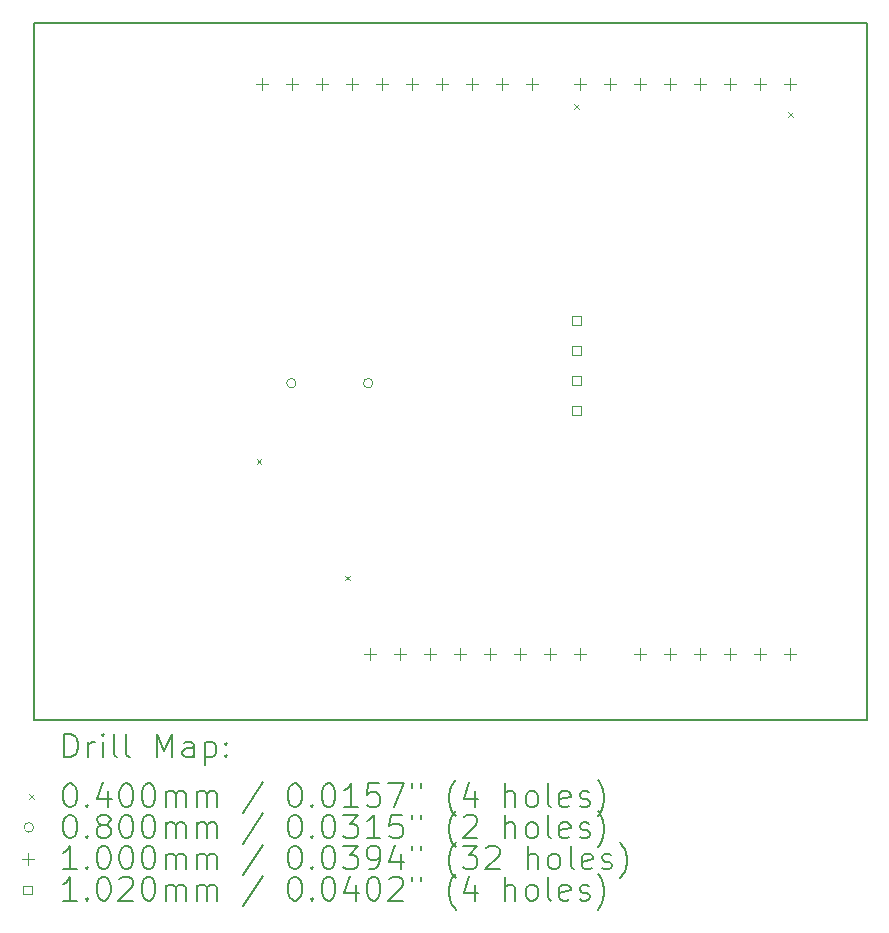
<source format=gbr>
%TF.GenerationSoftware,KiCad,Pcbnew,8.0.8*%
%TF.CreationDate,2025-02-15T02:14:24-07:00*%
%TF.ProjectId,bubble_detector_v2_shield,62756262-6c65-45f6-9465-746563746f72,rev?*%
%TF.SameCoordinates,Original*%
%TF.FileFunction,Drillmap*%
%TF.FilePolarity,Positive*%
%FSLAX45Y45*%
G04 Gerber Fmt 4.5, Leading zero omitted, Abs format (unit mm)*
G04 Created by KiCad (PCBNEW 8.0.8) date 2025-02-15 02:14:24*
%MOMM*%
%LPD*%
G01*
G04 APERTURE LIST*
%ADD10C,0.150000*%
%ADD11C,0.200000*%
%ADD12C,0.100000*%
%ADD13C,0.102000*%
G04 APERTURE END LIST*
D10*
X9950000Y-4400000D02*
X10850000Y-4400000D01*
X9950000Y-10300000D02*
X9950000Y-4400000D01*
X10850000Y-10300000D02*
X9950000Y-10300000D01*
X17000000Y-10300000D02*
X17000000Y-10200000D01*
X10850000Y-10300000D02*
X17000000Y-10300000D01*
X17000000Y-4400000D02*
X10850000Y-4400000D01*
X17000000Y-10200000D02*
X17000000Y-4400000D01*
D11*
D12*
X11830000Y-8092500D02*
X11870000Y-8132500D01*
X11870000Y-8092500D02*
X11830000Y-8132500D01*
X12580000Y-9080000D02*
X12620000Y-9120000D01*
X12620000Y-9080000D02*
X12580000Y-9120000D01*
X14517500Y-5089230D02*
X14557500Y-5129230D01*
X14557500Y-5089230D02*
X14517500Y-5129230D01*
X16330000Y-5154570D02*
X16370000Y-5194570D01*
X16370000Y-5154570D02*
X16330000Y-5194570D01*
X12165000Y-7450000D02*
G75*
G02*
X12085000Y-7450000I-40000J0D01*
G01*
X12085000Y-7450000D02*
G75*
G02*
X12165000Y-7450000I40000J0D01*
G01*
X12815000Y-7450000D02*
G75*
G02*
X12735000Y-7450000I-40000J0D01*
G01*
X12735000Y-7450000D02*
G75*
G02*
X12815000Y-7450000I40000J0D01*
G01*
X11879600Y-4870000D02*
X11879600Y-4970000D01*
X11829600Y-4920000D02*
X11929600Y-4920000D01*
X12133600Y-4870000D02*
X12133600Y-4970000D01*
X12083600Y-4920000D02*
X12183600Y-4920000D01*
X12387600Y-4870000D02*
X12387600Y-4970000D01*
X12337600Y-4920000D02*
X12437600Y-4920000D01*
X12641600Y-4870000D02*
X12641600Y-4970000D01*
X12591600Y-4920000D02*
X12691600Y-4920000D01*
X12794000Y-9696000D02*
X12794000Y-9796000D01*
X12744000Y-9746000D02*
X12844000Y-9746000D01*
X12895600Y-4870000D02*
X12895600Y-4970000D01*
X12845600Y-4920000D02*
X12945600Y-4920000D01*
X13048000Y-9696000D02*
X13048000Y-9796000D01*
X12998000Y-9746000D02*
X13098000Y-9746000D01*
X13149600Y-4870000D02*
X13149600Y-4970000D01*
X13099600Y-4920000D02*
X13199600Y-4920000D01*
X13302000Y-9696000D02*
X13302000Y-9796000D01*
X13252000Y-9746000D02*
X13352000Y-9746000D01*
X13403600Y-4870000D02*
X13403600Y-4970000D01*
X13353600Y-4920000D02*
X13453600Y-4920000D01*
X13556000Y-9696000D02*
X13556000Y-9796000D01*
X13506000Y-9746000D02*
X13606000Y-9746000D01*
X13657600Y-4870000D02*
X13657600Y-4970000D01*
X13607600Y-4920000D02*
X13707600Y-4920000D01*
X13810000Y-9696000D02*
X13810000Y-9796000D01*
X13760000Y-9746000D02*
X13860000Y-9746000D01*
X13911600Y-4870000D02*
X13911600Y-4970000D01*
X13861600Y-4920000D02*
X13961600Y-4920000D01*
X14064000Y-9696000D02*
X14064000Y-9796000D01*
X14014000Y-9746000D02*
X14114000Y-9746000D01*
X14165600Y-4870000D02*
X14165600Y-4970000D01*
X14115600Y-4920000D02*
X14215600Y-4920000D01*
X14318000Y-9696000D02*
X14318000Y-9796000D01*
X14268000Y-9746000D02*
X14368000Y-9746000D01*
X14572000Y-4870000D02*
X14572000Y-4970000D01*
X14522000Y-4920000D02*
X14622000Y-4920000D01*
X14572000Y-9696000D02*
X14572000Y-9796000D01*
X14522000Y-9746000D02*
X14622000Y-9746000D01*
X14826000Y-4870000D02*
X14826000Y-4970000D01*
X14776000Y-4920000D02*
X14876000Y-4920000D01*
X15080000Y-4870000D02*
X15080000Y-4970000D01*
X15030000Y-4920000D02*
X15130000Y-4920000D01*
X15080000Y-9696000D02*
X15080000Y-9796000D01*
X15030000Y-9746000D02*
X15130000Y-9746000D01*
X15334000Y-4870000D02*
X15334000Y-4970000D01*
X15284000Y-4920000D02*
X15384000Y-4920000D01*
X15334000Y-9696000D02*
X15334000Y-9796000D01*
X15284000Y-9746000D02*
X15384000Y-9746000D01*
X15588000Y-4870000D02*
X15588000Y-4970000D01*
X15538000Y-4920000D02*
X15638000Y-4920000D01*
X15588000Y-9696000D02*
X15588000Y-9796000D01*
X15538000Y-9746000D02*
X15638000Y-9746000D01*
X15842000Y-4870000D02*
X15842000Y-4970000D01*
X15792000Y-4920000D02*
X15892000Y-4920000D01*
X15842000Y-9696000D02*
X15842000Y-9796000D01*
X15792000Y-9746000D02*
X15892000Y-9746000D01*
X16096000Y-4870000D02*
X16096000Y-4970000D01*
X16046000Y-4920000D02*
X16146000Y-4920000D01*
X16096000Y-9696000D02*
X16096000Y-9796000D01*
X16046000Y-9746000D02*
X16146000Y-9746000D01*
X16350000Y-4870000D02*
X16350000Y-4970000D01*
X16300000Y-4920000D02*
X16400000Y-4920000D01*
X16350000Y-9696000D02*
X16350000Y-9796000D01*
X16300000Y-9746000D02*
X16400000Y-9746000D01*
D13*
X14573563Y-6955063D02*
X14573563Y-6882937D01*
X14501437Y-6882937D01*
X14501437Y-6955063D01*
X14573563Y-6955063D01*
X14573563Y-7209063D02*
X14573563Y-7136937D01*
X14501437Y-7136937D01*
X14501437Y-7209063D01*
X14573563Y-7209063D01*
X14573563Y-7463063D02*
X14573563Y-7390937D01*
X14501437Y-7390937D01*
X14501437Y-7463063D01*
X14573563Y-7463063D01*
X14573563Y-7717063D02*
X14573563Y-7644937D01*
X14501437Y-7644937D01*
X14501437Y-7717063D01*
X14573563Y-7717063D01*
D11*
X10203277Y-10618984D02*
X10203277Y-10418984D01*
X10203277Y-10418984D02*
X10250896Y-10418984D01*
X10250896Y-10418984D02*
X10279467Y-10428508D01*
X10279467Y-10428508D02*
X10298515Y-10447555D01*
X10298515Y-10447555D02*
X10308039Y-10466603D01*
X10308039Y-10466603D02*
X10317563Y-10504698D01*
X10317563Y-10504698D02*
X10317563Y-10533270D01*
X10317563Y-10533270D02*
X10308039Y-10571365D01*
X10308039Y-10571365D02*
X10298515Y-10590412D01*
X10298515Y-10590412D02*
X10279467Y-10609460D01*
X10279467Y-10609460D02*
X10250896Y-10618984D01*
X10250896Y-10618984D02*
X10203277Y-10618984D01*
X10403277Y-10618984D02*
X10403277Y-10485650D01*
X10403277Y-10523746D02*
X10412801Y-10504698D01*
X10412801Y-10504698D02*
X10422324Y-10495174D01*
X10422324Y-10495174D02*
X10441372Y-10485650D01*
X10441372Y-10485650D02*
X10460420Y-10485650D01*
X10527086Y-10618984D02*
X10527086Y-10485650D01*
X10527086Y-10418984D02*
X10517563Y-10428508D01*
X10517563Y-10428508D02*
X10527086Y-10438031D01*
X10527086Y-10438031D02*
X10536610Y-10428508D01*
X10536610Y-10428508D02*
X10527086Y-10418984D01*
X10527086Y-10418984D02*
X10527086Y-10438031D01*
X10650896Y-10618984D02*
X10631848Y-10609460D01*
X10631848Y-10609460D02*
X10622324Y-10590412D01*
X10622324Y-10590412D02*
X10622324Y-10418984D01*
X10755658Y-10618984D02*
X10736610Y-10609460D01*
X10736610Y-10609460D02*
X10727086Y-10590412D01*
X10727086Y-10590412D02*
X10727086Y-10418984D01*
X10984229Y-10618984D02*
X10984229Y-10418984D01*
X10984229Y-10418984D02*
X11050896Y-10561841D01*
X11050896Y-10561841D02*
X11117563Y-10418984D01*
X11117563Y-10418984D02*
X11117563Y-10618984D01*
X11298515Y-10618984D02*
X11298515Y-10514222D01*
X11298515Y-10514222D02*
X11288991Y-10495174D01*
X11288991Y-10495174D02*
X11269943Y-10485650D01*
X11269943Y-10485650D02*
X11231848Y-10485650D01*
X11231848Y-10485650D02*
X11212801Y-10495174D01*
X11298515Y-10609460D02*
X11279467Y-10618984D01*
X11279467Y-10618984D02*
X11231848Y-10618984D01*
X11231848Y-10618984D02*
X11212801Y-10609460D01*
X11212801Y-10609460D02*
X11203277Y-10590412D01*
X11203277Y-10590412D02*
X11203277Y-10571365D01*
X11203277Y-10571365D02*
X11212801Y-10552317D01*
X11212801Y-10552317D02*
X11231848Y-10542793D01*
X11231848Y-10542793D02*
X11279467Y-10542793D01*
X11279467Y-10542793D02*
X11298515Y-10533270D01*
X11393753Y-10485650D02*
X11393753Y-10685650D01*
X11393753Y-10495174D02*
X11412801Y-10485650D01*
X11412801Y-10485650D02*
X11450896Y-10485650D01*
X11450896Y-10485650D02*
X11469943Y-10495174D01*
X11469943Y-10495174D02*
X11479467Y-10504698D01*
X11479467Y-10504698D02*
X11488991Y-10523746D01*
X11488991Y-10523746D02*
X11488991Y-10580889D01*
X11488991Y-10580889D02*
X11479467Y-10599936D01*
X11479467Y-10599936D02*
X11469943Y-10609460D01*
X11469943Y-10609460D02*
X11450896Y-10618984D01*
X11450896Y-10618984D02*
X11412801Y-10618984D01*
X11412801Y-10618984D02*
X11393753Y-10609460D01*
X11574705Y-10599936D02*
X11584229Y-10609460D01*
X11584229Y-10609460D02*
X11574705Y-10618984D01*
X11574705Y-10618984D02*
X11565182Y-10609460D01*
X11565182Y-10609460D02*
X11574705Y-10599936D01*
X11574705Y-10599936D02*
X11574705Y-10618984D01*
X11574705Y-10495174D02*
X11584229Y-10504698D01*
X11584229Y-10504698D02*
X11574705Y-10514222D01*
X11574705Y-10514222D02*
X11565182Y-10504698D01*
X11565182Y-10504698D02*
X11574705Y-10495174D01*
X11574705Y-10495174D02*
X11574705Y-10514222D01*
D12*
X9902500Y-10927500D02*
X9942500Y-10967500D01*
X9942500Y-10927500D02*
X9902500Y-10967500D01*
D11*
X10241372Y-10838984D02*
X10260420Y-10838984D01*
X10260420Y-10838984D02*
X10279467Y-10848508D01*
X10279467Y-10848508D02*
X10288991Y-10858031D01*
X10288991Y-10858031D02*
X10298515Y-10877079D01*
X10298515Y-10877079D02*
X10308039Y-10915174D01*
X10308039Y-10915174D02*
X10308039Y-10962793D01*
X10308039Y-10962793D02*
X10298515Y-11000889D01*
X10298515Y-11000889D02*
X10288991Y-11019936D01*
X10288991Y-11019936D02*
X10279467Y-11029460D01*
X10279467Y-11029460D02*
X10260420Y-11038984D01*
X10260420Y-11038984D02*
X10241372Y-11038984D01*
X10241372Y-11038984D02*
X10222324Y-11029460D01*
X10222324Y-11029460D02*
X10212801Y-11019936D01*
X10212801Y-11019936D02*
X10203277Y-11000889D01*
X10203277Y-11000889D02*
X10193753Y-10962793D01*
X10193753Y-10962793D02*
X10193753Y-10915174D01*
X10193753Y-10915174D02*
X10203277Y-10877079D01*
X10203277Y-10877079D02*
X10212801Y-10858031D01*
X10212801Y-10858031D02*
X10222324Y-10848508D01*
X10222324Y-10848508D02*
X10241372Y-10838984D01*
X10393753Y-11019936D02*
X10403277Y-11029460D01*
X10403277Y-11029460D02*
X10393753Y-11038984D01*
X10393753Y-11038984D02*
X10384229Y-11029460D01*
X10384229Y-11029460D02*
X10393753Y-11019936D01*
X10393753Y-11019936D02*
X10393753Y-11038984D01*
X10574705Y-10905650D02*
X10574705Y-11038984D01*
X10527086Y-10829460D02*
X10479467Y-10972317D01*
X10479467Y-10972317D02*
X10603277Y-10972317D01*
X10717563Y-10838984D02*
X10736610Y-10838984D01*
X10736610Y-10838984D02*
X10755658Y-10848508D01*
X10755658Y-10848508D02*
X10765182Y-10858031D01*
X10765182Y-10858031D02*
X10774705Y-10877079D01*
X10774705Y-10877079D02*
X10784229Y-10915174D01*
X10784229Y-10915174D02*
X10784229Y-10962793D01*
X10784229Y-10962793D02*
X10774705Y-11000889D01*
X10774705Y-11000889D02*
X10765182Y-11019936D01*
X10765182Y-11019936D02*
X10755658Y-11029460D01*
X10755658Y-11029460D02*
X10736610Y-11038984D01*
X10736610Y-11038984D02*
X10717563Y-11038984D01*
X10717563Y-11038984D02*
X10698515Y-11029460D01*
X10698515Y-11029460D02*
X10688991Y-11019936D01*
X10688991Y-11019936D02*
X10679467Y-11000889D01*
X10679467Y-11000889D02*
X10669944Y-10962793D01*
X10669944Y-10962793D02*
X10669944Y-10915174D01*
X10669944Y-10915174D02*
X10679467Y-10877079D01*
X10679467Y-10877079D02*
X10688991Y-10858031D01*
X10688991Y-10858031D02*
X10698515Y-10848508D01*
X10698515Y-10848508D02*
X10717563Y-10838984D01*
X10908039Y-10838984D02*
X10927086Y-10838984D01*
X10927086Y-10838984D02*
X10946134Y-10848508D01*
X10946134Y-10848508D02*
X10955658Y-10858031D01*
X10955658Y-10858031D02*
X10965182Y-10877079D01*
X10965182Y-10877079D02*
X10974705Y-10915174D01*
X10974705Y-10915174D02*
X10974705Y-10962793D01*
X10974705Y-10962793D02*
X10965182Y-11000889D01*
X10965182Y-11000889D02*
X10955658Y-11019936D01*
X10955658Y-11019936D02*
X10946134Y-11029460D01*
X10946134Y-11029460D02*
X10927086Y-11038984D01*
X10927086Y-11038984D02*
X10908039Y-11038984D01*
X10908039Y-11038984D02*
X10888991Y-11029460D01*
X10888991Y-11029460D02*
X10879467Y-11019936D01*
X10879467Y-11019936D02*
X10869944Y-11000889D01*
X10869944Y-11000889D02*
X10860420Y-10962793D01*
X10860420Y-10962793D02*
X10860420Y-10915174D01*
X10860420Y-10915174D02*
X10869944Y-10877079D01*
X10869944Y-10877079D02*
X10879467Y-10858031D01*
X10879467Y-10858031D02*
X10888991Y-10848508D01*
X10888991Y-10848508D02*
X10908039Y-10838984D01*
X11060420Y-11038984D02*
X11060420Y-10905650D01*
X11060420Y-10924698D02*
X11069944Y-10915174D01*
X11069944Y-10915174D02*
X11088991Y-10905650D01*
X11088991Y-10905650D02*
X11117563Y-10905650D01*
X11117563Y-10905650D02*
X11136610Y-10915174D01*
X11136610Y-10915174D02*
X11146134Y-10934222D01*
X11146134Y-10934222D02*
X11146134Y-11038984D01*
X11146134Y-10934222D02*
X11155658Y-10915174D01*
X11155658Y-10915174D02*
X11174705Y-10905650D01*
X11174705Y-10905650D02*
X11203277Y-10905650D01*
X11203277Y-10905650D02*
X11222324Y-10915174D01*
X11222324Y-10915174D02*
X11231848Y-10934222D01*
X11231848Y-10934222D02*
X11231848Y-11038984D01*
X11327086Y-11038984D02*
X11327086Y-10905650D01*
X11327086Y-10924698D02*
X11336610Y-10915174D01*
X11336610Y-10915174D02*
X11355658Y-10905650D01*
X11355658Y-10905650D02*
X11384229Y-10905650D01*
X11384229Y-10905650D02*
X11403277Y-10915174D01*
X11403277Y-10915174D02*
X11412801Y-10934222D01*
X11412801Y-10934222D02*
X11412801Y-11038984D01*
X11412801Y-10934222D02*
X11422324Y-10915174D01*
X11422324Y-10915174D02*
X11441372Y-10905650D01*
X11441372Y-10905650D02*
X11469943Y-10905650D01*
X11469943Y-10905650D02*
X11488991Y-10915174D01*
X11488991Y-10915174D02*
X11498515Y-10934222D01*
X11498515Y-10934222D02*
X11498515Y-11038984D01*
X11888991Y-10829460D02*
X11717563Y-11086603D01*
X12146134Y-10838984D02*
X12165182Y-10838984D01*
X12165182Y-10838984D02*
X12184229Y-10848508D01*
X12184229Y-10848508D02*
X12193753Y-10858031D01*
X12193753Y-10858031D02*
X12203277Y-10877079D01*
X12203277Y-10877079D02*
X12212801Y-10915174D01*
X12212801Y-10915174D02*
X12212801Y-10962793D01*
X12212801Y-10962793D02*
X12203277Y-11000889D01*
X12203277Y-11000889D02*
X12193753Y-11019936D01*
X12193753Y-11019936D02*
X12184229Y-11029460D01*
X12184229Y-11029460D02*
X12165182Y-11038984D01*
X12165182Y-11038984D02*
X12146134Y-11038984D01*
X12146134Y-11038984D02*
X12127086Y-11029460D01*
X12127086Y-11029460D02*
X12117563Y-11019936D01*
X12117563Y-11019936D02*
X12108039Y-11000889D01*
X12108039Y-11000889D02*
X12098515Y-10962793D01*
X12098515Y-10962793D02*
X12098515Y-10915174D01*
X12098515Y-10915174D02*
X12108039Y-10877079D01*
X12108039Y-10877079D02*
X12117563Y-10858031D01*
X12117563Y-10858031D02*
X12127086Y-10848508D01*
X12127086Y-10848508D02*
X12146134Y-10838984D01*
X12298515Y-11019936D02*
X12308039Y-11029460D01*
X12308039Y-11029460D02*
X12298515Y-11038984D01*
X12298515Y-11038984D02*
X12288991Y-11029460D01*
X12288991Y-11029460D02*
X12298515Y-11019936D01*
X12298515Y-11019936D02*
X12298515Y-11038984D01*
X12431848Y-10838984D02*
X12450896Y-10838984D01*
X12450896Y-10838984D02*
X12469944Y-10848508D01*
X12469944Y-10848508D02*
X12479467Y-10858031D01*
X12479467Y-10858031D02*
X12488991Y-10877079D01*
X12488991Y-10877079D02*
X12498515Y-10915174D01*
X12498515Y-10915174D02*
X12498515Y-10962793D01*
X12498515Y-10962793D02*
X12488991Y-11000889D01*
X12488991Y-11000889D02*
X12479467Y-11019936D01*
X12479467Y-11019936D02*
X12469944Y-11029460D01*
X12469944Y-11029460D02*
X12450896Y-11038984D01*
X12450896Y-11038984D02*
X12431848Y-11038984D01*
X12431848Y-11038984D02*
X12412801Y-11029460D01*
X12412801Y-11029460D02*
X12403277Y-11019936D01*
X12403277Y-11019936D02*
X12393753Y-11000889D01*
X12393753Y-11000889D02*
X12384229Y-10962793D01*
X12384229Y-10962793D02*
X12384229Y-10915174D01*
X12384229Y-10915174D02*
X12393753Y-10877079D01*
X12393753Y-10877079D02*
X12403277Y-10858031D01*
X12403277Y-10858031D02*
X12412801Y-10848508D01*
X12412801Y-10848508D02*
X12431848Y-10838984D01*
X12688991Y-11038984D02*
X12574706Y-11038984D01*
X12631848Y-11038984D02*
X12631848Y-10838984D01*
X12631848Y-10838984D02*
X12612801Y-10867555D01*
X12612801Y-10867555D02*
X12593753Y-10886603D01*
X12593753Y-10886603D02*
X12574706Y-10896127D01*
X12869944Y-10838984D02*
X12774706Y-10838984D01*
X12774706Y-10838984D02*
X12765182Y-10934222D01*
X12765182Y-10934222D02*
X12774706Y-10924698D01*
X12774706Y-10924698D02*
X12793753Y-10915174D01*
X12793753Y-10915174D02*
X12841372Y-10915174D01*
X12841372Y-10915174D02*
X12860420Y-10924698D01*
X12860420Y-10924698D02*
X12869944Y-10934222D01*
X12869944Y-10934222D02*
X12879467Y-10953270D01*
X12879467Y-10953270D02*
X12879467Y-11000889D01*
X12879467Y-11000889D02*
X12869944Y-11019936D01*
X12869944Y-11019936D02*
X12860420Y-11029460D01*
X12860420Y-11029460D02*
X12841372Y-11038984D01*
X12841372Y-11038984D02*
X12793753Y-11038984D01*
X12793753Y-11038984D02*
X12774706Y-11029460D01*
X12774706Y-11029460D02*
X12765182Y-11019936D01*
X12946134Y-10838984D02*
X13079467Y-10838984D01*
X13079467Y-10838984D02*
X12993753Y-11038984D01*
X13146134Y-10838984D02*
X13146134Y-10877079D01*
X13222325Y-10838984D02*
X13222325Y-10877079D01*
X13517563Y-11115174D02*
X13508039Y-11105650D01*
X13508039Y-11105650D02*
X13488991Y-11077079D01*
X13488991Y-11077079D02*
X13479468Y-11058031D01*
X13479468Y-11058031D02*
X13469944Y-11029460D01*
X13469944Y-11029460D02*
X13460420Y-10981841D01*
X13460420Y-10981841D02*
X13460420Y-10943746D01*
X13460420Y-10943746D02*
X13469944Y-10896127D01*
X13469944Y-10896127D02*
X13479468Y-10867555D01*
X13479468Y-10867555D02*
X13488991Y-10848508D01*
X13488991Y-10848508D02*
X13508039Y-10819936D01*
X13508039Y-10819936D02*
X13517563Y-10810412D01*
X13679468Y-10905650D02*
X13679468Y-11038984D01*
X13631848Y-10829460D02*
X13584229Y-10972317D01*
X13584229Y-10972317D02*
X13708039Y-10972317D01*
X13936610Y-11038984D02*
X13936610Y-10838984D01*
X14022325Y-11038984D02*
X14022325Y-10934222D01*
X14022325Y-10934222D02*
X14012801Y-10915174D01*
X14012801Y-10915174D02*
X13993753Y-10905650D01*
X13993753Y-10905650D02*
X13965182Y-10905650D01*
X13965182Y-10905650D02*
X13946134Y-10915174D01*
X13946134Y-10915174D02*
X13936610Y-10924698D01*
X14146134Y-11038984D02*
X14127087Y-11029460D01*
X14127087Y-11029460D02*
X14117563Y-11019936D01*
X14117563Y-11019936D02*
X14108039Y-11000889D01*
X14108039Y-11000889D02*
X14108039Y-10943746D01*
X14108039Y-10943746D02*
X14117563Y-10924698D01*
X14117563Y-10924698D02*
X14127087Y-10915174D01*
X14127087Y-10915174D02*
X14146134Y-10905650D01*
X14146134Y-10905650D02*
X14174706Y-10905650D01*
X14174706Y-10905650D02*
X14193753Y-10915174D01*
X14193753Y-10915174D02*
X14203277Y-10924698D01*
X14203277Y-10924698D02*
X14212801Y-10943746D01*
X14212801Y-10943746D02*
X14212801Y-11000889D01*
X14212801Y-11000889D02*
X14203277Y-11019936D01*
X14203277Y-11019936D02*
X14193753Y-11029460D01*
X14193753Y-11029460D02*
X14174706Y-11038984D01*
X14174706Y-11038984D02*
X14146134Y-11038984D01*
X14327087Y-11038984D02*
X14308039Y-11029460D01*
X14308039Y-11029460D02*
X14298515Y-11010412D01*
X14298515Y-11010412D02*
X14298515Y-10838984D01*
X14479468Y-11029460D02*
X14460420Y-11038984D01*
X14460420Y-11038984D02*
X14422325Y-11038984D01*
X14422325Y-11038984D02*
X14403277Y-11029460D01*
X14403277Y-11029460D02*
X14393753Y-11010412D01*
X14393753Y-11010412D02*
X14393753Y-10934222D01*
X14393753Y-10934222D02*
X14403277Y-10915174D01*
X14403277Y-10915174D02*
X14422325Y-10905650D01*
X14422325Y-10905650D02*
X14460420Y-10905650D01*
X14460420Y-10905650D02*
X14479468Y-10915174D01*
X14479468Y-10915174D02*
X14488991Y-10934222D01*
X14488991Y-10934222D02*
X14488991Y-10953270D01*
X14488991Y-10953270D02*
X14393753Y-10972317D01*
X14565182Y-11029460D02*
X14584230Y-11038984D01*
X14584230Y-11038984D02*
X14622325Y-11038984D01*
X14622325Y-11038984D02*
X14641372Y-11029460D01*
X14641372Y-11029460D02*
X14650896Y-11010412D01*
X14650896Y-11010412D02*
X14650896Y-11000889D01*
X14650896Y-11000889D02*
X14641372Y-10981841D01*
X14641372Y-10981841D02*
X14622325Y-10972317D01*
X14622325Y-10972317D02*
X14593753Y-10972317D01*
X14593753Y-10972317D02*
X14574706Y-10962793D01*
X14574706Y-10962793D02*
X14565182Y-10943746D01*
X14565182Y-10943746D02*
X14565182Y-10934222D01*
X14565182Y-10934222D02*
X14574706Y-10915174D01*
X14574706Y-10915174D02*
X14593753Y-10905650D01*
X14593753Y-10905650D02*
X14622325Y-10905650D01*
X14622325Y-10905650D02*
X14641372Y-10915174D01*
X14717563Y-11115174D02*
X14727087Y-11105650D01*
X14727087Y-11105650D02*
X14746134Y-11077079D01*
X14746134Y-11077079D02*
X14755658Y-11058031D01*
X14755658Y-11058031D02*
X14765182Y-11029460D01*
X14765182Y-11029460D02*
X14774706Y-10981841D01*
X14774706Y-10981841D02*
X14774706Y-10943746D01*
X14774706Y-10943746D02*
X14765182Y-10896127D01*
X14765182Y-10896127D02*
X14755658Y-10867555D01*
X14755658Y-10867555D02*
X14746134Y-10848508D01*
X14746134Y-10848508D02*
X14727087Y-10819936D01*
X14727087Y-10819936D02*
X14717563Y-10810412D01*
D12*
X9942500Y-11211500D02*
G75*
G02*
X9862500Y-11211500I-40000J0D01*
G01*
X9862500Y-11211500D02*
G75*
G02*
X9942500Y-11211500I40000J0D01*
G01*
D11*
X10241372Y-11102984D02*
X10260420Y-11102984D01*
X10260420Y-11102984D02*
X10279467Y-11112508D01*
X10279467Y-11112508D02*
X10288991Y-11122031D01*
X10288991Y-11122031D02*
X10298515Y-11141079D01*
X10298515Y-11141079D02*
X10308039Y-11179174D01*
X10308039Y-11179174D02*
X10308039Y-11226793D01*
X10308039Y-11226793D02*
X10298515Y-11264888D01*
X10298515Y-11264888D02*
X10288991Y-11283936D01*
X10288991Y-11283936D02*
X10279467Y-11293460D01*
X10279467Y-11293460D02*
X10260420Y-11302984D01*
X10260420Y-11302984D02*
X10241372Y-11302984D01*
X10241372Y-11302984D02*
X10222324Y-11293460D01*
X10222324Y-11293460D02*
X10212801Y-11283936D01*
X10212801Y-11283936D02*
X10203277Y-11264888D01*
X10203277Y-11264888D02*
X10193753Y-11226793D01*
X10193753Y-11226793D02*
X10193753Y-11179174D01*
X10193753Y-11179174D02*
X10203277Y-11141079D01*
X10203277Y-11141079D02*
X10212801Y-11122031D01*
X10212801Y-11122031D02*
X10222324Y-11112508D01*
X10222324Y-11112508D02*
X10241372Y-11102984D01*
X10393753Y-11283936D02*
X10403277Y-11293460D01*
X10403277Y-11293460D02*
X10393753Y-11302984D01*
X10393753Y-11302984D02*
X10384229Y-11293460D01*
X10384229Y-11293460D02*
X10393753Y-11283936D01*
X10393753Y-11283936D02*
X10393753Y-11302984D01*
X10517563Y-11188698D02*
X10498515Y-11179174D01*
X10498515Y-11179174D02*
X10488991Y-11169650D01*
X10488991Y-11169650D02*
X10479467Y-11150603D01*
X10479467Y-11150603D02*
X10479467Y-11141079D01*
X10479467Y-11141079D02*
X10488991Y-11122031D01*
X10488991Y-11122031D02*
X10498515Y-11112508D01*
X10498515Y-11112508D02*
X10517563Y-11102984D01*
X10517563Y-11102984D02*
X10555658Y-11102984D01*
X10555658Y-11102984D02*
X10574705Y-11112508D01*
X10574705Y-11112508D02*
X10584229Y-11122031D01*
X10584229Y-11122031D02*
X10593753Y-11141079D01*
X10593753Y-11141079D02*
X10593753Y-11150603D01*
X10593753Y-11150603D02*
X10584229Y-11169650D01*
X10584229Y-11169650D02*
X10574705Y-11179174D01*
X10574705Y-11179174D02*
X10555658Y-11188698D01*
X10555658Y-11188698D02*
X10517563Y-11188698D01*
X10517563Y-11188698D02*
X10498515Y-11198222D01*
X10498515Y-11198222D02*
X10488991Y-11207746D01*
X10488991Y-11207746D02*
X10479467Y-11226793D01*
X10479467Y-11226793D02*
X10479467Y-11264888D01*
X10479467Y-11264888D02*
X10488991Y-11283936D01*
X10488991Y-11283936D02*
X10498515Y-11293460D01*
X10498515Y-11293460D02*
X10517563Y-11302984D01*
X10517563Y-11302984D02*
X10555658Y-11302984D01*
X10555658Y-11302984D02*
X10574705Y-11293460D01*
X10574705Y-11293460D02*
X10584229Y-11283936D01*
X10584229Y-11283936D02*
X10593753Y-11264888D01*
X10593753Y-11264888D02*
X10593753Y-11226793D01*
X10593753Y-11226793D02*
X10584229Y-11207746D01*
X10584229Y-11207746D02*
X10574705Y-11198222D01*
X10574705Y-11198222D02*
X10555658Y-11188698D01*
X10717563Y-11102984D02*
X10736610Y-11102984D01*
X10736610Y-11102984D02*
X10755658Y-11112508D01*
X10755658Y-11112508D02*
X10765182Y-11122031D01*
X10765182Y-11122031D02*
X10774705Y-11141079D01*
X10774705Y-11141079D02*
X10784229Y-11179174D01*
X10784229Y-11179174D02*
X10784229Y-11226793D01*
X10784229Y-11226793D02*
X10774705Y-11264888D01*
X10774705Y-11264888D02*
X10765182Y-11283936D01*
X10765182Y-11283936D02*
X10755658Y-11293460D01*
X10755658Y-11293460D02*
X10736610Y-11302984D01*
X10736610Y-11302984D02*
X10717563Y-11302984D01*
X10717563Y-11302984D02*
X10698515Y-11293460D01*
X10698515Y-11293460D02*
X10688991Y-11283936D01*
X10688991Y-11283936D02*
X10679467Y-11264888D01*
X10679467Y-11264888D02*
X10669944Y-11226793D01*
X10669944Y-11226793D02*
X10669944Y-11179174D01*
X10669944Y-11179174D02*
X10679467Y-11141079D01*
X10679467Y-11141079D02*
X10688991Y-11122031D01*
X10688991Y-11122031D02*
X10698515Y-11112508D01*
X10698515Y-11112508D02*
X10717563Y-11102984D01*
X10908039Y-11102984D02*
X10927086Y-11102984D01*
X10927086Y-11102984D02*
X10946134Y-11112508D01*
X10946134Y-11112508D02*
X10955658Y-11122031D01*
X10955658Y-11122031D02*
X10965182Y-11141079D01*
X10965182Y-11141079D02*
X10974705Y-11179174D01*
X10974705Y-11179174D02*
X10974705Y-11226793D01*
X10974705Y-11226793D02*
X10965182Y-11264888D01*
X10965182Y-11264888D02*
X10955658Y-11283936D01*
X10955658Y-11283936D02*
X10946134Y-11293460D01*
X10946134Y-11293460D02*
X10927086Y-11302984D01*
X10927086Y-11302984D02*
X10908039Y-11302984D01*
X10908039Y-11302984D02*
X10888991Y-11293460D01*
X10888991Y-11293460D02*
X10879467Y-11283936D01*
X10879467Y-11283936D02*
X10869944Y-11264888D01*
X10869944Y-11264888D02*
X10860420Y-11226793D01*
X10860420Y-11226793D02*
X10860420Y-11179174D01*
X10860420Y-11179174D02*
X10869944Y-11141079D01*
X10869944Y-11141079D02*
X10879467Y-11122031D01*
X10879467Y-11122031D02*
X10888991Y-11112508D01*
X10888991Y-11112508D02*
X10908039Y-11102984D01*
X11060420Y-11302984D02*
X11060420Y-11169650D01*
X11060420Y-11188698D02*
X11069944Y-11179174D01*
X11069944Y-11179174D02*
X11088991Y-11169650D01*
X11088991Y-11169650D02*
X11117563Y-11169650D01*
X11117563Y-11169650D02*
X11136610Y-11179174D01*
X11136610Y-11179174D02*
X11146134Y-11198222D01*
X11146134Y-11198222D02*
X11146134Y-11302984D01*
X11146134Y-11198222D02*
X11155658Y-11179174D01*
X11155658Y-11179174D02*
X11174705Y-11169650D01*
X11174705Y-11169650D02*
X11203277Y-11169650D01*
X11203277Y-11169650D02*
X11222324Y-11179174D01*
X11222324Y-11179174D02*
X11231848Y-11198222D01*
X11231848Y-11198222D02*
X11231848Y-11302984D01*
X11327086Y-11302984D02*
X11327086Y-11169650D01*
X11327086Y-11188698D02*
X11336610Y-11179174D01*
X11336610Y-11179174D02*
X11355658Y-11169650D01*
X11355658Y-11169650D02*
X11384229Y-11169650D01*
X11384229Y-11169650D02*
X11403277Y-11179174D01*
X11403277Y-11179174D02*
X11412801Y-11198222D01*
X11412801Y-11198222D02*
X11412801Y-11302984D01*
X11412801Y-11198222D02*
X11422324Y-11179174D01*
X11422324Y-11179174D02*
X11441372Y-11169650D01*
X11441372Y-11169650D02*
X11469943Y-11169650D01*
X11469943Y-11169650D02*
X11488991Y-11179174D01*
X11488991Y-11179174D02*
X11498515Y-11198222D01*
X11498515Y-11198222D02*
X11498515Y-11302984D01*
X11888991Y-11093460D02*
X11717563Y-11350603D01*
X12146134Y-11102984D02*
X12165182Y-11102984D01*
X12165182Y-11102984D02*
X12184229Y-11112508D01*
X12184229Y-11112508D02*
X12193753Y-11122031D01*
X12193753Y-11122031D02*
X12203277Y-11141079D01*
X12203277Y-11141079D02*
X12212801Y-11179174D01*
X12212801Y-11179174D02*
X12212801Y-11226793D01*
X12212801Y-11226793D02*
X12203277Y-11264888D01*
X12203277Y-11264888D02*
X12193753Y-11283936D01*
X12193753Y-11283936D02*
X12184229Y-11293460D01*
X12184229Y-11293460D02*
X12165182Y-11302984D01*
X12165182Y-11302984D02*
X12146134Y-11302984D01*
X12146134Y-11302984D02*
X12127086Y-11293460D01*
X12127086Y-11293460D02*
X12117563Y-11283936D01*
X12117563Y-11283936D02*
X12108039Y-11264888D01*
X12108039Y-11264888D02*
X12098515Y-11226793D01*
X12098515Y-11226793D02*
X12098515Y-11179174D01*
X12098515Y-11179174D02*
X12108039Y-11141079D01*
X12108039Y-11141079D02*
X12117563Y-11122031D01*
X12117563Y-11122031D02*
X12127086Y-11112508D01*
X12127086Y-11112508D02*
X12146134Y-11102984D01*
X12298515Y-11283936D02*
X12308039Y-11293460D01*
X12308039Y-11293460D02*
X12298515Y-11302984D01*
X12298515Y-11302984D02*
X12288991Y-11293460D01*
X12288991Y-11293460D02*
X12298515Y-11283936D01*
X12298515Y-11283936D02*
X12298515Y-11302984D01*
X12431848Y-11102984D02*
X12450896Y-11102984D01*
X12450896Y-11102984D02*
X12469944Y-11112508D01*
X12469944Y-11112508D02*
X12479467Y-11122031D01*
X12479467Y-11122031D02*
X12488991Y-11141079D01*
X12488991Y-11141079D02*
X12498515Y-11179174D01*
X12498515Y-11179174D02*
X12498515Y-11226793D01*
X12498515Y-11226793D02*
X12488991Y-11264888D01*
X12488991Y-11264888D02*
X12479467Y-11283936D01*
X12479467Y-11283936D02*
X12469944Y-11293460D01*
X12469944Y-11293460D02*
X12450896Y-11302984D01*
X12450896Y-11302984D02*
X12431848Y-11302984D01*
X12431848Y-11302984D02*
X12412801Y-11293460D01*
X12412801Y-11293460D02*
X12403277Y-11283936D01*
X12403277Y-11283936D02*
X12393753Y-11264888D01*
X12393753Y-11264888D02*
X12384229Y-11226793D01*
X12384229Y-11226793D02*
X12384229Y-11179174D01*
X12384229Y-11179174D02*
X12393753Y-11141079D01*
X12393753Y-11141079D02*
X12403277Y-11122031D01*
X12403277Y-11122031D02*
X12412801Y-11112508D01*
X12412801Y-11112508D02*
X12431848Y-11102984D01*
X12565182Y-11102984D02*
X12688991Y-11102984D01*
X12688991Y-11102984D02*
X12622325Y-11179174D01*
X12622325Y-11179174D02*
X12650896Y-11179174D01*
X12650896Y-11179174D02*
X12669944Y-11188698D01*
X12669944Y-11188698D02*
X12679467Y-11198222D01*
X12679467Y-11198222D02*
X12688991Y-11217269D01*
X12688991Y-11217269D02*
X12688991Y-11264888D01*
X12688991Y-11264888D02*
X12679467Y-11283936D01*
X12679467Y-11283936D02*
X12669944Y-11293460D01*
X12669944Y-11293460D02*
X12650896Y-11302984D01*
X12650896Y-11302984D02*
X12593753Y-11302984D01*
X12593753Y-11302984D02*
X12574706Y-11293460D01*
X12574706Y-11293460D02*
X12565182Y-11283936D01*
X12879467Y-11302984D02*
X12765182Y-11302984D01*
X12822325Y-11302984D02*
X12822325Y-11102984D01*
X12822325Y-11102984D02*
X12803277Y-11131555D01*
X12803277Y-11131555D02*
X12784229Y-11150603D01*
X12784229Y-11150603D02*
X12765182Y-11160127D01*
X13060420Y-11102984D02*
X12965182Y-11102984D01*
X12965182Y-11102984D02*
X12955658Y-11198222D01*
X12955658Y-11198222D02*
X12965182Y-11188698D01*
X12965182Y-11188698D02*
X12984229Y-11179174D01*
X12984229Y-11179174D02*
X13031848Y-11179174D01*
X13031848Y-11179174D02*
X13050896Y-11188698D01*
X13050896Y-11188698D02*
X13060420Y-11198222D01*
X13060420Y-11198222D02*
X13069944Y-11217269D01*
X13069944Y-11217269D02*
X13069944Y-11264888D01*
X13069944Y-11264888D02*
X13060420Y-11283936D01*
X13060420Y-11283936D02*
X13050896Y-11293460D01*
X13050896Y-11293460D02*
X13031848Y-11302984D01*
X13031848Y-11302984D02*
X12984229Y-11302984D01*
X12984229Y-11302984D02*
X12965182Y-11293460D01*
X12965182Y-11293460D02*
X12955658Y-11283936D01*
X13146134Y-11102984D02*
X13146134Y-11141079D01*
X13222325Y-11102984D02*
X13222325Y-11141079D01*
X13517563Y-11379174D02*
X13508039Y-11369650D01*
X13508039Y-11369650D02*
X13488991Y-11341079D01*
X13488991Y-11341079D02*
X13479468Y-11322031D01*
X13479468Y-11322031D02*
X13469944Y-11293460D01*
X13469944Y-11293460D02*
X13460420Y-11245841D01*
X13460420Y-11245841D02*
X13460420Y-11207746D01*
X13460420Y-11207746D02*
X13469944Y-11160127D01*
X13469944Y-11160127D02*
X13479468Y-11131555D01*
X13479468Y-11131555D02*
X13488991Y-11112508D01*
X13488991Y-11112508D02*
X13508039Y-11083936D01*
X13508039Y-11083936D02*
X13517563Y-11074412D01*
X13584229Y-11122031D02*
X13593753Y-11112508D01*
X13593753Y-11112508D02*
X13612801Y-11102984D01*
X13612801Y-11102984D02*
X13660420Y-11102984D01*
X13660420Y-11102984D02*
X13679468Y-11112508D01*
X13679468Y-11112508D02*
X13688991Y-11122031D01*
X13688991Y-11122031D02*
X13698515Y-11141079D01*
X13698515Y-11141079D02*
X13698515Y-11160127D01*
X13698515Y-11160127D02*
X13688991Y-11188698D01*
X13688991Y-11188698D02*
X13574706Y-11302984D01*
X13574706Y-11302984D02*
X13698515Y-11302984D01*
X13936610Y-11302984D02*
X13936610Y-11102984D01*
X14022325Y-11302984D02*
X14022325Y-11198222D01*
X14022325Y-11198222D02*
X14012801Y-11179174D01*
X14012801Y-11179174D02*
X13993753Y-11169650D01*
X13993753Y-11169650D02*
X13965182Y-11169650D01*
X13965182Y-11169650D02*
X13946134Y-11179174D01*
X13946134Y-11179174D02*
X13936610Y-11188698D01*
X14146134Y-11302984D02*
X14127087Y-11293460D01*
X14127087Y-11293460D02*
X14117563Y-11283936D01*
X14117563Y-11283936D02*
X14108039Y-11264888D01*
X14108039Y-11264888D02*
X14108039Y-11207746D01*
X14108039Y-11207746D02*
X14117563Y-11188698D01*
X14117563Y-11188698D02*
X14127087Y-11179174D01*
X14127087Y-11179174D02*
X14146134Y-11169650D01*
X14146134Y-11169650D02*
X14174706Y-11169650D01*
X14174706Y-11169650D02*
X14193753Y-11179174D01*
X14193753Y-11179174D02*
X14203277Y-11188698D01*
X14203277Y-11188698D02*
X14212801Y-11207746D01*
X14212801Y-11207746D02*
X14212801Y-11264888D01*
X14212801Y-11264888D02*
X14203277Y-11283936D01*
X14203277Y-11283936D02*
X14193753Y-11293460D01*
X14193753Y-11293460D02*
X14174706Y-11302984D01*
X14174706Y-11302984D02*
X14146134Y-11302984D01*
X14327087Y-11302984D02*
X14308039Y-11293460D01*
X14308039Y-11293460D02*
X14298515Y-11274412D01*
X14298515Y-11274412D02*
X14298515Y-11102984D01*
X14479468Y-11293460D02*
X14460420Y-11302984D01*
X14460420Y-11302984D02*
X14422325Y-11302984D01*
X14422325Y-11302984D02*
X14403277Y-11293460D01*
X14403277Y-11293460D02*
X14393753Y-11274412D01*
X14393753Y-11274412D02*
X14393753Y-11198222D01*
X14393753Y-11198222D02*
X14403277Y-11179174D01*
X14403277Y-11179174D02*
X14422325Y-11169650D01*
X14422325Y-11169650D02*
X14460420Y-11169650D01*
X14460420Y-11169650D02*
X14479468Y-11179174D01*
X14479468Y-11179174D02*
X14488991Y-11198222D01*
X14488991Y-11198222D02*
X14488991Y-11217269D01*
X14488991Y-11217269D02*
X14393753Y-11236317D01*
X14565182Y-11293460D02*
X14584230Y-11302984D01*
X14584230Y-11302984D02*
X14622325Y-11302984D01*
X14622325Y-11302984D02*
X14641372Y-11293460D01*
X14641372Y-11293460D02*
X14650896Y-11274412D01*
X14650896Y-11274412D02*
X14650896Y-11264888D01*
X14650896Y-11264888D02*
X14641372Y-11245841D01*
X14641372Y-11245841D02*
X14622325Y-11236317D01*
X14622325Y-11236317D02*
X14593753Y-11236317D01*
X14593753Y-11236317D02*
X14574706Y-11226793D01*
X14574706Y-11226793D02*
X14565182Y-11207746D01*
X14565182Y-11207746D02*
X14565182Y-11198222D01*
X14565182Y-11198222D02*
X14574706Y-11179174D01*
X14574706Y-11179174D02*
X14593753Y-11169650D01*
X14593753Y-11169650D02*
X14622325Y-11169650D01*
X14622325Y-11169650D02*
X14641372Y-11179174D01*
X14717563Y-11379174D02*
X14727087Y-11369650D01*
X14727087Y-11369650D02*
X14746134Y-11341079D01*
X14746134Y-11341079D02*
X14755658Y-11322031D01*
X14755658Y-11322031D02*
X14765182Y-11293460D01*
X14765182Y-11293460D02*
X14774706Y-11245841D01*
X14774706Y-11245841D02*
X14774706Y-11207746D01*
X14774706Y-11207746D02*
X14765182Y-11160127D01*
X14765182Y-11160127D02*
X14755658Y-11131555D01*
X14755658Y-11131555D02*
X14746134Y-11112508D01*
X14746134Y-11112508D02*
X14727087Y-11083936D01*
X14727087Y-11083936D02*
X14717563Y-11074412D01*
D12*
X9892500Y-11425500D02*
X9892500Y-11525500D01*
X9842500Y-11475500D02*
X9942500Y-11475500D01*
D11*
X10308039Y-11566984D02*
X10193753Y-11566984D01*
X10250896Y-11566984D02*
X10250896Y-11366984D01*
X10250896Y-11366984D02*
X10231848Y-11395555D01*
X10231848Y-11395555D02*
X10212801Y-11414603D01*
X10212801Y-11414603D02*
X10193753Y-11424127D01*
X10393753Y-11547936D02*
X10403277Y-11557460D01*
X10403277Y-11557460D02*
X10393753Y-11566984D01*
X10393753Y-11566984D02*
X10384229Y-11557460D01*
X10384229Y-11557460D02*
X10393753Y-11547936D01*
X10393753Y-11547936D02*
X10393753Y-11566984D01*
X10527086Y-11366984D02*
X10546134Y-11366984D01*
X10546134Y-11366984D02*
X10565182Y-11376508D01*
X10565182Y-11376508D02*
X10574705Y-11386031D01*
X10574705Y-11386031D02*
X10584229Y-11405079D01*
X10584229Y-11405079D02*
X10593753Y-11443174D01*
X10593753Y-11443174D02*
X10593753Y-11490793D01*
X10593753Y-11490793D02*
X10584229Y-11528888D01*
X10584229Y-11528888D02*
X10574705Y-11547936D01*
X10574705Y-11547936D02*
X10565182Y-11557460D01*
X10565182Y-11557460D02*
X10546134Y-11566984D01*
X10546134Y-11566984D02*
X10527086Y-11566984D01*
X10527086Y-11566984D02*
X10508039Y-11557460D01*
X10508039Y-11557460D02*
X10498515Y-11547936D01*
X10498515Y-11547936D02*
X10488991Y-11528888D01*
X10488991Y-11528888D02*
X10479467Y-11490793D01*
X10479467Y-11490793D02*
X10479467Y-11443174D01*
X10479467Y-11443174D02*
X10488991Y-11405079D01*
X10488991Y-11405079D02*
X10498515Y-11386031D01*
X10498515Y-11386031D02*
X10508039Y-11376508D01*
X10508039Y-11376508D02*
X10527086Y-11366984D01*
X10717563Y-11366984D02*
X10736610Y-11366984D01*
X10736610Y-11366984D02*
X10755658Y-11376508D01*
X10755658Y-11376508D02*
X10765182Y-11386031D01*
X10765182Y-11386031D02*
X10774705Y-11405079D01*
X10774705Y-11405079D02*
X10784229Y-11443174D01*
X10784229Y-11443174D02*
X10784229Y-11490793D01*
X10784229Y-11490793D02*
X10774705Y-11528888D01*
X10774705Y-11528888D02*
X10765182Y-11547936D01*
X10765182Y-11547936D02*
X10755658Y-11557460D01*
X10755658Y-11557460D02*
X10736610Y-11566984D01*
X10736610Y-11566984D02*
X10717563Y-11566984D01*
X10717563Y-11566984D02*
X10698515Y-11557460D01*
X10698515Y-11557460D02*
X10688991Y-11547936D01*
X10688991Y-11547936D02*
X10679467Y-11528888D01*
X10679467Y-11528888D02*
X10669944Y-11490793D01*
X10669944Y-11490793D02*
X10669944Y-11443174D01*
X10669944Y-11443174D02*
X10679467Y-11405079D01*
X10679467Y-11405079D02*
X10688991Y-11386031D01*
X10688991Y-11386031D02*
X10698515Y-11376508D01*
X10698515Y-11376508D02*
X10717563Y-11366984D01*
X10908039Y-11366984D02*
X10927086Y-11366984D01*
X10927086Y-11366984D02*
X10946134Y-11376508D01*
X10946134Y-11376508D02*
X10955658Y-11386031D01*
X10955658Y-11386031D02*
X10965182Y-11405079D01*
X10965182Y-11405079D02*
X10974705Y-11443174D01*
X10974705Y-11443174D02*
X10974705Y-11490793D01*
X10974705Y-11490793D02*
X10965182Y-11528888D01*
X10965182Y-11528888D02*
X10955658Y-11547936D01*
X10955658Y-11547936D02*
X10946134Y-11557460D01*
X10946134Y-11557460D02*
X10927086Y-11566984D01*
X10927086Y-11566984D02*
X10908039Y-11566984D01*
X10908039Y-11566984D02*
X10888991Y-11557460D01*
X10888991Y-11557460D02*
X10879467Y-11547936D01*
X10879467Y-11547936D02*
X10869944Y-11528888D01*
X10869944Y-11528888D02*
X10860420Y-11490793D01*
X10860420Y-11490793D02*
X10860420Y-11443174D01*
X10860420Y-11443174D02*
X10869944Y-11405079D01*
X10869944Y-11405079D02*
X10879467Y-11386031D01*
X10879467Y-11386031D02*
X10888991Y-11376508D01*
X10888991Y-11376508D02*
X10908039Y-11366984D01*
X11060420Y-11566984D02*
X11060420Y-11433650D01*
X11060420Y-11452698D02*
X11069944Y-11443174D01*
X11069944Y-11443174D02*
X11088991Y-11433650D01*
X11088991Y-11433650D02*
X11117563Y-11433650D01*
X11117563Y-11433650D02*
X11136610Y-11443174D01*
X11136610Y-11443174D02*
X11146134Y-11462222D01*
X11146134Y-11462222D02*
X11146134Y-11566984D01*
X11146134Y-11462222D02*
X11155658Y-11443174D01*
X11155658Y-11443174D02*
X11174705Y-11433650D01*
X11174705Y-11433650D02*
X11203277Y-11433650D01*
X11203277Y-11433650D02*
X11222324Y-11443174D01*
X11222324Y-11443174D02*
X11231848Y-11462222D01*
X11231848Y-11462222D02*
X11231848Y-11566984D01*
X11327086Y-11566984D02*
X11327086Y-11433650D01*
X11327086Y-11452698D02*
X11336610Y-11443174D01*
X11336610Y-11443174D02*
X11355658Y-11433650D01*
X11355658Y-11433650D02*
X11384229Y-11433650D01*
X11384229Y-11433650D02*
X11403277Y-11443174D01*
X11403277Y-11443174D02*
X11412801Y-11462222D01*
X11412801Y-11462222D02*
X11412801Y-11566984D01*
X11412801Y-11462222D02*
X11422324Y-11443174D01*
X11422324Y-11443174D02*
X11441372Y-11433650D01*
X11441372Y-11433650D02*
X11469943Y-11433650D01*
X11469943Y-11433650D02*
X11488991Y-11443174D01*
X11488991Y-11443174D02*
X11498515Y-11462222D01*
X11498515Y-11462222D02*
X11498515Y-11566984D01*
X11888991Y-11357460D02*
X11717563Y-11614603D01*
X12146134Y-11366984D02*
X12165182Y-11366984D01*
X12165182Y-11366984D02*
X12184229Y-11376508D01*
X12184229Y-11376508D02*
X12193753Y-11386031D01*
X12193753Y-11386031D02*
X12203277Y-11405079D01*
X12203277Y-11405079D02*
X12212801Y-11443174D01*
X12212801Y-11443174D02*
X12212801Y-11490793D01*
X12212801Y-11490793D02*
X12203277Y-11528888D01*
X12203277Y-11528888D02*
X12193753Y-11547936D01*
X12193753Y-11547936D02*
X12184229Y-11557460D01*
X12184229Y-11557460D02*
X12165182Y-11566984D01*
X12165182Y-11566984D02*
X12146134Y-11566984D01*
X12146134Y-11566984D02*
X12127086Y-11557460D01*
X12127086Y-11557460D02*
X12117563Y-11547936D01*
X12117563Y-11547936D02*
X12108039Y-11528888D01*
X12108039Y-11528888D02*
X12098515Y-11490793D01*
X12098515Y-11490793D02*
X12098515Y-11443174D01*
X12098515Y-11443174D02*
X12108039Y-11405079D01*
X12108039Y-11405079D02*
X12117563Y-11386031D01*
X12117563Y-11386031D02*
X12127086Y-11376508D01*
X12127086Y-11376508D02*
X12146134Y-11366984D01*
X12298515Y-11547936D02*
X12308039Y-11557460D01*
X12308039Y-11557460D02*
X12298515Y-11566984D01*
X12298515Y-11566984D02*
X12288991Y-11557460D01*
X12288991Y-11557460D02*
X12298515Y-11547936D01*
X12298515Y-11547936D02*
X12298515Y-11566984D01*
X12431848Y-11366984D02*
X12450896Y-11366984D01*
X12450896Y-11366984D02*
X12469944Y-11376508D01*
X12469944Y-11376508D02*
X12479467Y-11386031D01*
X12479467Y-11386031D02*
X12488991Y-11405079D01*
X12488991Y-11405079D02*
X12498515Y-11443174D01*
X12498515Y-11443174D02*
X12498515Y-11490793D01*
X12498515Y-11490793D02*
X12488991Y-11528888D01*
X12488991Y-11528888D02*
X12479467Y-11547936D01*
X12479467Y-11547936D02*
X12469944Y-11557460D01*
X12469944Y-11557460D02*
X12450896Y-11566984D01*
X12450896Y-11566984D02*
X12431848Y-11566984D01*
X12431848Y-11566984D02*
X12412801Y-11557460D01*
X12412801Y-11557460D02*
X12403277Y-11547936D01*
X12403277Y-11547936D02*
X12393753Y-11528888D01*
X12393753Y-11528888D02*
X12384229Y-11490793D01*
X12384229Y-11490793D02*
X12384229Y-11443174D01*
X12384229Y-11443174D02*
X12393753Y-11405079D01*
X12393753Y-11405079D02*
X12403277Y-11386031D01*
X12403277Y-11386031D02*
X12412801Y-11376508D01*
X12412801Y-11376508D02*
X12431848Y-11366984D01*
X12565182Y-11366984D02*
X12688991Y-11366984D01*
X12688991Y-11366984D02*
X12622325Y-11443174D01*
X12622325Y-11443174D02*
X12650896Y-11443174D01*
X12650896Y-11443174D02*
X12669944Y-11452698D01*
X12669944Y-11452698D02*
X12679467Y-11462222D01*
X12679467Y-11462222D02*
X12688991Y-11481269D01*
X12688991Y-11481269D02*
X12688991Y-11528888D01*
X12688991Y-11528888D02*
X12679467Y-11547936D01*
X12679467Y-11547936D02*
X12669944Y-11557460D01*
X12669944Y-11557460D02*
X12650896Y-11566984D01*
X12650896Y-11566984D02*
X12593753Y-11566984D01*
X12593753Y-11566984D02*
X12574706Y-11557460D01*
X12574706Y-11557460D02*
X12565182Y-11547936D01*
X12784229Y-11566984D02*
X12822325Y-11566984D01*
X12822325Y-11566984D02*
X12841372Y-11557460D01*
X12841372Y-11557460D02*
X12850896Y-11547936D01*
X12850896Y-11547936D02*
X12869944Y-11519365D01*
X12869944Y-11519365D02*
X12879467Y-11481269D01*
X12879467Y-11481269D02*
X12879467Y-11405079D01*
X12879467Y-11405079D02*
X12869944Y-11386031D01*
X12869944Y-11386031D02*
X12860420Y-11376508D01*
X12860420Y-11376508D02*
X12841372Y-11366984D01*
X12841372Y-11366984D02*
X12803277Y-11366984D01*
X12803277Y-11366984D02*
X12784229Y-11376508D01*
X12784229Y-11376508D02*
X12774706Y-11386031D01*
X12774706Y-11386031D02*
X12765182Y-11405079D01*
X12765182Y-11405079D02*
X12765182Y-11452698D01*
X12765182Y-11452698D02*
X12774706Y-11471746D01*
X12774706Y-11471746D02*
X12784229Y-11481269D01*
X12784229Y-11481269D02*
X12803277Y-11490793D01*
X12803277Y-11490793D02*
X12841372Y-11490793D01*
X12841372Y-11490793D02*
X12860420Y-11481269D01*
X12860420Y-11481269D02*
X12869944Y-11471746D01*
X12869944Y-11471746D02*
X12879467Y-11452698D01*
X13050896Y-11433650D02*
X13050896Y-11566984D01*
X13003277Y-11357460D02*
X12955658Y-11500317D01*
X12955658Y-11500317D02*
X13079467Y-11500317D01*
X13146134Y-11366984D02*
X13146134Y-11405079D01*
X13222325Y-11366984D02*
X13222325Y-11405079D01*
X13517563Y-11643174D02*
X13508039Y-11633650D01*
X13508039Y-11633650D02*
X13488991Y-11605079D01*
X13488991Y-11605079D02*
X13479468Y-11586031D01*
X13479468Y-11586031D02*
X13469944Y-11557460D01*
X13469944Y-11557460D02*
X13460420Y-11509841D01*
X13460420Y-11509841D02*
X13460420Y-11471746D01*
X13460420Y-11471746D02*
X13469944Y-11424127D01*
X13469944Y-11424127D02*
X13479468Y-11395555D01*
X13479468Y-11395555D02*
X13488991Y-11376508D01*
X13488991Y-11376508D02*
X13508039Y-11347936D01*
X13508039Y-11347936D02*
X13517563Y-11338412D01*
X13574706Y-11366984D02*
X13698515Y-11366984D01*
X13698515Y-11366984D02*
X13631848Y-11443174D01*
X13631848Y-11443174D02*
X13660420Y-11443174D01*
X13660420Y-11443174D02*
X13679468Y-11452698D01*
X13679468Y-11452698D02*
X13688991Y-11462222D01*
X13688991Y-11462222D02*
X13698515Y-11481269D01*
X13698515Y-11481269D02*
X13698515Y-11528888D01*
X13698515Y-11528888D02*
X13688991Y-11547936D01*
X13688991Y-11547936D02*
X13679468Y-11557460D01*
X13679468Y-11557460D02*
X13660420Y-11566984D01*
X13660420Y-11566984D02*
X13603277Y-11566984D01*
X13603277Y-11566984D02*
X13584229Y-11557460D01*
X13584229Y-11557460D02*
X13574706Y-11547936D01*
X13774706Y-11386031D02*
X13784229Y-11376508D01*
X13784229Y-11376508D02*
X13803277Y-11366984D01*
X13803277Y-11366984D02*
X13850896Y-11366984D01*
X13850896Y-11366984D02*
X13869944Y-11376508D01*
X13869944Y-11376508D02*
X13879468Y-11386031D01*
X13879468Y-11386031D02*
X13888991Y-11405079D01*
X13888991Y-11405079D02*
X13888991Y-11424127D01*
X13888991Y-11424127D02*
X13879468Y-11452698D01*
X13879468Y-11452698D02*
X13765182Y-11566984D01*
X13765182Y-11566984D02*
X13888991Y-11566984D01*
X14127087Y-11566984D02*
X14127087Y-11366984D01*
X14212801Y-11566984D02*
X14212801Y-11462222D01*
X14212801Y-11462222D02*
X14203277Y-11443174D01*
X14203277Y-11443174D02*
X14184230Y-11433650D01*
X14184230Y-11433650D02*
X14155658Y-11433650D01*
X14155658Y-11433650D02*
X14136610Y-11443174D01*
X14136610Y-11443174D02*
X14127087Y-11452698D01*
X14336610Y-11566984D02*
X14317563Y-11557460D01*
X14317563Y-11557460D02*
X14308039Y-11547936D01*
X14308039Y-11547936D02*
X14298515Y-11528888D01*
X14298515Y-11528888D02*
X14298515Y-11471746D01*
X14298515Y-11471746D02*
X14308039Y-11452698D01*
X14308039Y-11452698D02*
X14317563Y-11443174D01*
X14317563Y-11443174D02*
X14336610Y-11433650D01*
X14336610Y-11433650D02*
X14365182Y-11433650D01*
X14365182Y-11433650D02*
X14384230Y-11443174D01*
X14384230Y-11443174D02*
X14393753Y-11452698D01*
X14393753Y-11452698D02*
X14403277Y-11471746D01*
X14403277Y-11471746D02*
X14403277Y-11528888D01*
X14403277Y-11528888D02*
X14393753Y-11547936D01*
X14393753Y-11547936D02*
X14384230Y-11557460D01*
X14384230Y-11557460D02*
X14365182Y-11566984D01*
X14365182Y-11566984D02*
X14336610Y-11566984D01*
X14517563Y-11566984D02*
X14498515Y-11557460D01*
X14498515Y-11557460D02*
X14488991Y-11538412D01*
X14488991Y-11538412D02*
X14488991Y-11366984D01*
X14669944Y-11557460D02*
X14650896Y-11566984D01*
X14650896Y-11566984D02*
X14612801Y-11566984D01*
X14612801Y-11566984D02*
X14593753Y-11557460D01*
X14593753Y-11557460D02*
X14584230Y-11538412D01*
X14584230Y-11538412D02*
X14584230Y-11462222D01*
X14584230Y-11462222D02*
X14593753Y-11443174D01*
X14593753Y-11443174D02*
X14612801Y-11433650D01*
X14612801Y-11433650D02*
X14650896Y-11433650D01*
X14650896Y-11433650D02*
X14669944Y-11443174D01*
X14669944Y-11443174D02*
X14679468Y-11462222D01*
X14679468Y-11462222D02*
X14679468Y-11481269D01*
X14679468Y-11481269D02*
X14584230Y-11500317D01*
X14755658Y-11557460D02*
X14774706Y-11566984D01*
X14774706Y-11566984D02*
X14812801Y-11566984D01*
X14812801Y-11566984D02*
X14831849Y-11557460D01*
X14831849Y-11557460D02*
X14841372Y-11538412D01*
X14841372Y-11538412D02*
X14841372Y-11528888D01*
X14841372Y-11528888D02*
X14831849Y-11509841D01*
X14831849Y-11509841D02*
X14812801Y-11500317D01*
X14812801Y-11500317D02*
X14784230Y-11500317D01*
X14784230Y-11500317D02*
X14765182Y-11490793D01*
X14765182Y-11490793D02*
X14755658Y-11471746D01*
X14755658Y-11471746D02*
X14755658Y-11462222D01*
X14755658Y-11462222D02*
X14765182Y-11443174D01*
X14765182Y-11443174D02*
X14784230Y-11433650D01*
X14784230Y-11433650D02*
X14812801Y-11433650D01*
X14812801Y-11433650D02*
X14831849Y-11443174D01*
X14908039Y-11643174D02*
X14917563Y-11633650D01*
X14917563Y-11633650D02*
X14936611Y-11605079D01*
X14936611Y-11605079D02*
X14946134Y-11586031D01*
X14946134Y-11586031D02*
X14955658Y-11557460D01*
X14955658Y-11557460D02*
X14965182Y-11509841D01*
X14965182Y-11509841D02*
X14965182Y-11471746D01*
X14965182Y-11471746D02*
X14955658Y-11424127D01*
X14955658Y-11424127D02*
X14946134Y-11395555D01*
X14946134Y-11395555D02*
X14936611Y-11376508D01*
X14936611Y-11376508D02*
X14917563Y-11347936D01*
X14917563Y-11347936D02*
X14908039Y-11338412D01*
D13*
X9927563Y-11775563D02*
X9927563Y-11703437D01*
X9855437Y-11703437D01*
X9855437Y-11775563D01*
X9927563Y-11775563D01*
D11*
X10308039Y-11830984D02*
X10193753Y-11830984D01*
X10250896Y-11830984D02*
X10250896Y-11630984D01*
X10250896Y-11630984D02*
X10231848Y-11659555D01*
X10231848Y-11659555D02*
X10212801Y-11678603D01*
X10212801Y-11678603D02*
X10193753Y-11688127D01*
X10393753Y-11811936D02*
X10403277Y-11821460D01*
X10403277Y-11821460D02*
X10393753Y-11830984D01*
X10393753Y-11830984D02*
X10384229Y-11821460D01*
X10384229Y-11821460D02*
X10393753Y-11811936D01*
X10393753Y-11811936D02*
X10393753Y-11830984D01*
X10527086Y-11630984D02*
X10546134Y-11630984D01*
X10546134Y-11630984D02*
X10565182Y-11640508D01*
X10565182Y-11640508D02*
X10574705Y-11650031D01*
X10574705Y-11650031D02*
X10584229Y-11669079D01*
X10584229Y-11669079D02*
X10593753Y-11707174D01*
X10593753Y-11707174D02*
X10593753Y-11754793D01*
X10593753Y-11754793D02*
X10584229Y-11792888D01*
X10584229Y-11792888D02*
X10574705Y-11811936D01*
X10574705Y-11811936D02*
X10565182Y-11821460D01*
X10565182Y-11821460D02*
X10546134Y-11830984D01*
X10546134Y-11830984D02*
X10527086Y-11830984D01*
X10527086Y-11830984D02*
X10508039Y-11821460D01*
X10508039Y-11821460D02*
X10498515Y-11811936D01*
X10498515Y-11811936D02*
X10488991Y-11792888D01*
X10488991Y-11792888D02*
X10479467Y-11754793D01*
X10479467Y-11754793D02*
X10479467Y-11707174D01*
X10479467Y-11707174D02*
X10488991Y-11669079D01*
X10488991Y-11669079D02*
X10498515Y-11650031D01*
X10498515Y-11650031D02*
X10508039Y-11640508D01*
X10508039Y-11640508D02*
X10527086Y-11630984D01*
X10669944Y-11650031D02*
X10679467Y-11640508D01*
X10679467Y-11640508D02*
X10698515Y-11630984D01*
X10698515Y-11630984D02*
X10746134Y-11630984D01*
X10746134Y-11630984D02*
X10765182Y-11640508D01*
X10765182Y-11640508D02*
X10774705Y-11650031D01*
X10774705Y-11650031D02*
X10784229Y-11669079D01*
X10784229Y-11669079D02*
X10784229Y-11688127D01*
X10784229Y-11688127D02*
X10774705Y-11716698D01*
X10774705Y-11716698D02*
X10660420Y-11830984D01*
X10660420Y-11830984D02*
X10784229Y-11830984D01*
X10908039Y-11630984D02*
X10927086Y-11630984D01*
X10927086Y-11630984D02*
X10946134Y-11640508D01*
X10946134Y-11640508D02*
X10955658Y-11650031D01*
X10955658Y-11650031D02*
X10965182Y-11669079D01*
X10965182Y-11669079D02*
X10974705Y-11707174D01*
X10974705Y-11707174D02*
X10974705Y-11754793D01*
X10974705Y-11754793D02*
X10965182Y-11792888D01*
X10965182Y-11792888D02*
X10955658Y-11811936D01*
X10955658Y-11811936D02*
X10946134Y-11821460D01*
X10946134Y-11821460D02*
X10927086Y-11830984D01*
X10927086Y-11830984D02*
X10908039Y-11830984D01*
X10908039Y-11830984D02*
X10888991Y-11821460D01*
X10888991Y-11821460D02*
X10879467Y-11811936D01*
X10879467Y-11811936D02*
X10869944Y-11792888D01*
X10869944Y-11792888D02*
X10860420Y-11754793D01*
X10860420Y-11754793D02*
X10860420Y-11707174D01*
X10860420Y-11707174D02*
X10869944Y-11669079D01*
X10869944Y-11669079D02*
X10879467Y-11650031D01*
X10879467Y-11650031D02*
X10888991Y-11640508D01*
X10888991Y-11640508D02*
X10908039Y-11630984D01*
X11060420Y-11830984D02*
X11060420Y-11697650D01*
X11060420Y-11716698D02*
X11069944Y-11707174D01*
X11069944Y-11707174D02*
X11088991Y-11697650D01*
X11088991Y-11697650D02*
X11117563Y-11697650D01*
X11117563Y-11697650D02*
X11136610Y-11707174D01*
X11136610Y-11707174D02*
X11146134Y-11726222D01*
X11146134Y-11726222D02*
X11146134Y-11830984D01*
X11146134Y-11726222D02*
X11155658Y-11707174D01*
X11155658Y-11707174D02*
X11174705Y-11697650D01*
X11174705Y-11697650D02*
X11203277Y-11697650D01*
X11203277Y-11697650D02*
X11222324Y-11707174D01*
X11222324Y-11707174D02*
X11231848Y-11726222D01*
X11231848Y-11726222D02*
X11231848Y-11830984D01*
X11327086Y-11830984D02*
X11327086Y-11697650D01*
X11327086Y-11716698D02*
X11336610Y-11707174D01*
X11336610Y-11707174D02*
X11355658Y-11697650D01*
X11355658Y-11697650D02*
X11384229Y-11697650D01*
X11384229Y-11697650D02*
X11403277Y-11707174D01*
X11403277Y-11707174D02*
X11412801Y-11726222D01*
X11412801Y-11726222D02*
X11412801Y-11830984D01*
X11412801Y-11726222D02*
X11422324Y-11707174D01*
X11422324Y-11707174D02*
X11441372Y-11697650D01*
X11441372Y-11697650D02*
X11469943Y-11697650D01*
X11469943Y-11697650D02*
X11488991Y-11707174D01*
X11488991Y-11707174D02*
X11498515Y-11726222D01*
X11498515Y-11726222D02*
X11498515Y-11830984D01*
X11888991Y-11621460D02*
X11717563Y-11878603D01*
X12146134Y-11630984D02*
X12165182Y-11630984D01*
X12165182Y-11630984D02*
X12184229Y-11640508D01*
X12184229Y-11640508D02*
X12193753Y-11650031D01*
X12193753Y-11650031D02*
X12203277Y-11669079D01*
X12203277Y-11669079D02*
X12212801Y-11707174D01*
X12212801Y-11707174D02*
X12212801Y-11754793D01*
X12212801Y-11754793D02*
X12203277Y-11792888D01*
X12203277Y-11792888D02*
X12193753Y-11811936D01*
X12193753Y-11811936D02*
X12184229Y-11821460D01*
X12184229Y-11821460D02*
X12165182Y-11830984D01*
X12165182Y-11830984D02*
X12146134Y-11830984D01*
X12146134Y-11830984D02*
X12127086Y-11821460D01*
X12127086Y-11821460D02*
X12117563Y-11811936D01*
X12117563Y-11811936D02*
X12108039Y-11792888D01*
X12108039Y-11792888D02*
X12098515Y-11754793D01*
X12098515Y-11754793D02*
X12098515Y-11707174D01*
X12098515Y-11707174D02*
X12108039Y-11669079D01*
X12108039Y-11669079D02*
X12117563Y-11650031D01*
X12117563Y-11650031D02*
X12127086Y-11640508D01*
X12127086Y-11640508D02*
X12146134Y-11630984D01*
X12298515Y-11811936D02*
X12308039Y-11821460D01*
X12308039Y-11821460D02*
X12298515Y-11830984D01*
X12298515Y-11830984D02*
X12288991Y-11821460D01*
X12288991Y-11821460D02*
X12298515Y-11811936D01*
X12298515Y-11811936D02*
X12298515Y-11830984D01*
X12431848Y-11630984D02*
X12450896Y-11630984D01*
X12450896Y-11630984D02*
X12469944Y-11640508D01*
X12469944Y-11640508D02*
X12479467Y-11650031D01*
X12479467Y-11650031D02*
X12488991Y-11669079D01*
X12488991Y-11669079D02*
X12498515Y-11707174D01*
X12498515Y-11707174D02*
X12498515Y-11754793D01*
X12498515Y-11754793D02*
X12488991Y-11792888D01*
X12488991Y-11792888D02*
X12479467Y-11811936D01*
X12479467Y-11811936D02*
X12469944Y-11821460D01*
X12469944Y-11821460D02*
X12450896Y-11830984D01*
X12450896Y-11830984D02*
X12431848Y-11830984D01*
X12431848Y-11830984D02*
X12412801Y-11821460D01*
X12412801Y-11821460D02*
X12403277Y-11811936D01*
X12403277Y-11811936D02*
X12393753Y-11792888D01*
X12393753Y-11792888D02*
X12384229Y-11754793D01*
X12384229Y-11754793D02*
X12384229Y-11707174D01*
X12384229Y-11707174D02*
X12393753Y-11669079D01*
X12393753Y-11669079D02*
X12403277Y-11650031D01*
X12403277Y-11650031D02*
X12412801Y-11640508D01*
X12412801Y-11640508D02*
X12431848Y-11630984D01*
X12669944Y-11697650D02*
X12669944Y-11830984D01*
X12622325Y-11621460D02*
X12574706Y-11764317D01*
X12574706Y-11764317D02*
X12698515Y-11764317D01*
X12812801Y-11630984D02*
X12831848Y-11630984D01*
X12831848Y-11630984D02*
X12850896Y-11640508D01*
X12850896Y-11640508D02*
X12860420Y-11650031D01*
X12860420Y-11650031D02*
X12869944Y-11669079D01*
X12869944Y-11669079D02*
X12879467Y-11707174D01*
X12879467Y-11707174D02*
X12879467Y-11754793D01*
X12879467Y-11754793D02*
X12869944Y-11792888D01*
X12869944Y-11792888D02*
X12860420Y-11811936D01*
X12860420Y-11811936D02*
X12850896Y-11821460D01*
X12850896Y-11821460D02*
X12831848Y-11830984D01*
X12831848Y-11830984D02*
X12812801Y-11830984D01*
X12812801Y-11830984D02*
X12793753Y-11821460D01*
X12793753Y-11821460D02*
X12784229Y-11811936D01*
X12784229Y-11811936D02*
X12774706Y-11792888D01*
X12774706Y-11792888D02*
X12765182Y-11754793D01*
X12765182Y-11754793D02*
X12765182Y-11707174D01*
X12765182Y-11707174D02*
X12774706Y-11669079D01*
X12774706Y-11669079D02*
X12784229Y-11650031D01*
X12784229Y-11650031D02*
X12793753Y-11640508D01*
X12793753Y-11640508D02*
X12812801Y-11630984D01*
X12955658Y-11650031D02*
X12965182Y-11640508D01*
X12965182Y-11640508D02*
X12984229Y-11630984D01*
X12984229Y-11630984D02*
X13031848Y-11630984D01*
X13031848Y-11630984D02*
X13050896Y-11640508D01*
X13050896Y-11640508D02*
X13060420Y-11650031D01*
X13060420Y-11650031D02*
X13069944Y-11669079D01*
X13069944Y-11669079D02*
X13069944Y-11688127D01*
X13069944Y-11688127D02*
X13060420Y-11716698D01*
X13060420Y-11716698D02*
X12946134Y-11830984D01*
X12946134Y-11830984D02*
X13069944Y-11830984D01*
X13146134Y-11630984D02*
X13146134Y-11669079D01*
X13222325Y-11630984D02*
X13222325Y-11669079D01*
X13517563Y-11907174D02*
X13508039Y-11897650D01*
X13508039Y-11897650D02*
X13488991Y-11869079D01*
X13488991Y-11869079D02*
X13479468Y-11850031D01*
X13479468Y-11850031D02*
X13469944Y-11821460D01*
X13469944Y-11821460D02*
X13460420Y-11773841D01*
X13460420Y-11773841D02*
X13460420Y-11735746D01*
X13460420Y-11735746D02*
X13469944Y-11688127D01*
X13469944Y-11688127D02*
X13479468Y-11659555D01*
X13479468Y-11659555D02*
X13488991Y-11640508D01*
X13488991Y-11640508D02*
X13508039Y-11611936D01*
X13508039Y-11611936D02*
X13517563Y-11602412D01*
X13679468Y-11697650D02*
X13679468Y-11830984D01*
X13631848Y-11621460D02*
X13584229Y-11764317D01*
X13584229Y-11764317D02*
X13708039Y-11764317D01*
X13936610Y-11830984D02*
X13936610Y-11630984D01*
X14022325Y-11830984D02*
X14022325Y-11726222D01*
X14022325Y-11726222D02*
X14012801Y-11707174D01*
X14012801Y-11707174D02*
X13993753Y-11697650D01*
X13993753Y-11697650D02*
X13965182Y-11697650D01*
X13965182Y-11697650D02*
X13946134Y-11707174D01*
X13946134Y-11707174D02*
X13936610Y-11716698D01*
X14146134Y-11830984D02*
X14127087Y-11821460D01*
X14127087Y-11821460D02*
X14117563Y-11811936D01*
X14117563Y-11811936D02*
X14108039Y-11792888D01*
X14108039Y-11792888D02*
X14108039Y-11735746D01*
X14108039Y-11735746D02*
X14117563Y-11716698D01*
X14117563Y-11716698D02*
X14127087Y-11707174D01*
X14127087Y-11707174D02*
X14146134Y-11697650D01*
X14146134Y-11697650D02*
X14174706Y-11697650D01*
X14174706Y-11697650D02*
X14193753Y-11707174D01*
X14193753Y-11707174D02*
X14203277Y-11716698D01*
X14203277Y-11716698D02*
X14212801Y-11735746D01*
X14212801Y-11735746D02*
X14212801Y-11792888D01*
X14212801Y-11792888D02*
X14203277Y-11811936D01*
X14203277Y-11811936D02*
X14193753Y-11821460D01*
X14193753Y-11821460D02*
X14174706Y-11830984D01*
X14174706Y-11830984D02*
X14146134Y-11830984D01*
X14327087Y-11830984D02*
X14308039Y-11821460D01*
X14308039Y-11821460D02*
X14298515Y-11802412D01*
X14298515Y-11802412D02*
X14298515Y-11630984D01*
X14479468Y-11821460D02*
X14460420Y-11830984D01*
X14460420Y-11830984D02*
X14422325Y-11830984D01*
X14422325Y-11830984D02*
X14403277Y-11821460D01*
X14403277Y-11821460D02*
X14393753Y-11802412D01*
X14393753Y-11802412D02*
X14393753Y-11726222D01*
X14393753Y-11726222D02*
X14403277Y-11707174D01*
X14403277Y-11707174D02*
X14422325Y-11697650D01*
X14422325Y-11697650D02*
X14460420Y-11697650D01*
X14460420Y-11697650D02*
X14479468Y-11707174D01*
X14479468Y-11707174D02*
X14488991Y-11726222D01*
X14488991Y-11726222D02*
X14488991Y-11745269D01*
X14488991Y-11745269D02*
X14393753Y-11764317D01*
X14565182Y-11821460D02*
X14584230Y-11830984D01*
X14584230Y-11830984D02*
X14622325Y-11830984D01*
X14622325Y-11830984D02*
X14641372Y-11821460D01*
X14641372Y-11821460D02*
X14650896Y-11802412D01*
X14650896Y-11802412D02*
X14650896Y-11792888D01*
X14650896Y-11792888D02*
X14641372Y-11773841D01*
X14641372Y-11773841D02*
X14622325Y-11764317D01*
X14622325Y-11764317D02*
X14593753Y-11764317D01*
X14593753Y-11764317D02*
X14574706Y-11754793D01*
X14574706Y-11754793D02*
X14565182Y-11735746D01*
X14565182Y-11735746D02*
X14565182Y-11726222D01*
X14565182Y-11726222D02*
X14574706Y-11707174D01*
X14574706Y-11707174D02*
X14593753Y-11697650D01*
X14593753Y-11697650D02*
X14622325Y-11697650D01*
X14622325Y-11697650D02*
X14641372Y-11707174D01*
X14717563Y-11907174D02*
X14727087Y-11897650D01*
X14727087Y-11897650D02*
X14746134Y-11869079D01*
X14746134Y-11869079D02*
X14755658Y-11850031D01*
X14755658Y-11850031D02*
X14765182Y-11821460D01*
X14765182Y-11821460D02*
X14774706Y-11773841D01*
X14774706Y-11773841D02*
X14774706Y-11735746D01*
X14774706Y-11735746D02*
X14765182Y-11688127D01*
X14765182Y-11688127D02*
X14755658Y-11659555D01*
X14755658Y-11659555D02*
X14746134Y-11640508D01*
X14746134Y-11640508D02*
X14727087Y-11611936D01*
X14727087Y-11611936D02*
X14717563Y-11602412D01*
M02*

</source>
